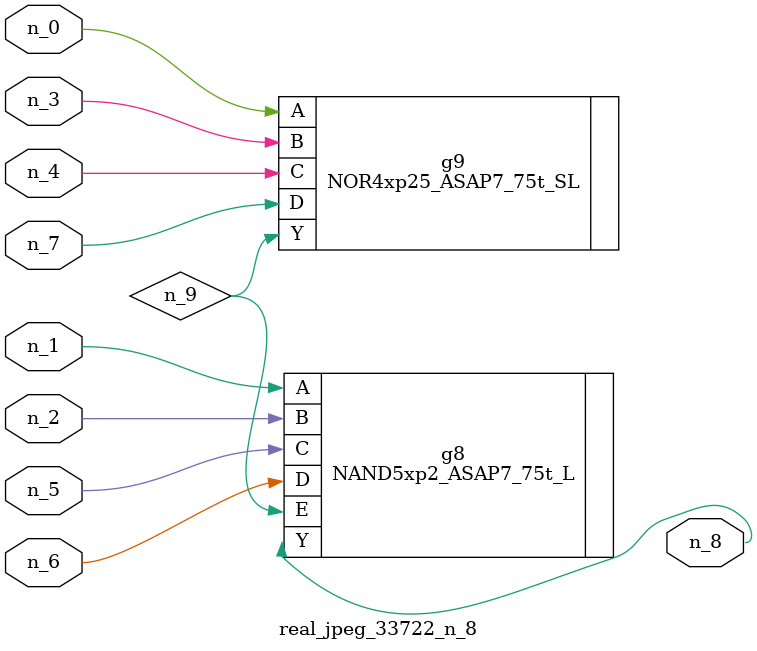
<source format=v>
module real_jpeg_33722_n_8 (n_5, n_4, n_0, n_1, n_2, n_6, n_7, n_3, n_8);

input n_5;
input n_4;
input n_0;
input n_1;
input n_2;
input n_6;
input n_7;
input n_3;

output n_8;

wire n_9;

NOR4xp25_ASAP7_75t_SL g9 ( 
.A(n_0),
.B(n_3),
.C(n_4),
.D(n_7),
.Y(n_9)
);

NAND5xp2_ASAP7_75t_L g8 ( 
.A(n_1),
.B(n_2),
.C(n_5),
.D(n_6),
.E(n_9),
.Y(n_8)
);


endmodule
</source>
